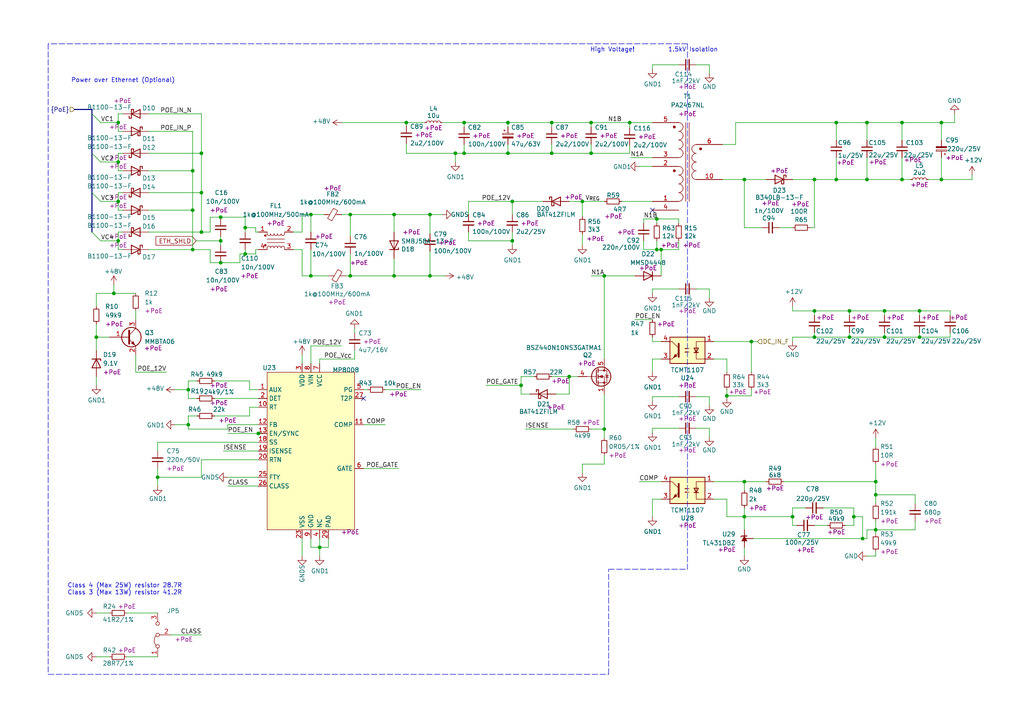
<source format=kicad_sch>
(kicad_sch (version 20230121) (generator eeschema)
  (paper "A4")
  (title_block (title "Power over Ethernet") (date "2022-11-06") (rev "1.3b") (company "Nabu Casa") (comment 1 "www.nabucasa.com") (comment 2 "Yellow"))
  (junction (at 124.714 80.01))
  (junction (at 90.17 80.01))
  (junction (at 117.856 35.56))
  (junction (at 215.9 149.86) (diameter 0.9144))
  (junction (at 254 143.51) (diameter 0.9144))
  (junction (at 215.9 52.07))
  (junction (at 64.008 69.85))
  (junction (at 101.6 62.23) (diameter 0.9144))
  (junction (at 256.54 97.79) (diameter 0.9144))
  (junction (at 134.62 44.45) (diameter 0.9144))
  (junction (at 101.6 80.01) (diameter 0.9144))
  (junction (at 147.32 35.56) (diameter 0.9144))
  (junction (at 242.57 52.07))
  (junction (at 124.714 62.23))
  (junction (at 190.5 63.5))
  (junction (at 160.02 44.45) (diameter 0.9144))
  (junction (at 242.57 35.56) (diameter 0.9144))
  (junction (at 34.29 69.85) (diameter 0.9144))
  (junction (at 182.626 35.56))
  (junction (at 246.38 97.79) (diameter 0.9144))
  (junction (at 236.22 52.07))
  (junction (at 175.26 80.01) (diameter 0.9144))
  (junction (at 191.77 72.39))
  (junction (at 45.72 138.43) (diameter 0.9144))
  (junction (at 250.19 156.21))
  (junction (at 34.29 58.42) (diameter 0.9144))
  (junction (at 134.62 35.56))
  (junction (at 168.91 58.42) (diameter 0.9144))
  (junction (at 175.26 124.46) (diameter 0.9144))
  (junction (at 165.1 109.22) (diameter 0.9144))
  (junction (at 55.88 60.96) (diameter 0.9144))
  (junction (at 34.29 35.56) (diameter 0.9144))
  (junction (at 58.42 55.88) (diameter 0.9144))
  (junction (at 58.42 67.31) (diameter 0.9144))
  (junction (at 55.88 49.53) (diameter 0.9144))
  (junction (at 210.82 114.808))
  (junction (at 148.59 58.42) (diameter 0.9144))
  (junction (at 246.38 90.17) (diameter 0.9144))
  (junction (at 273.05 52.07))
  (junction (at 54.61 123.19) (diameter 0.9144))
  (junction (at 58.42 44.45) (diameter 0.9144))
  (junction (at 171.45 44.45))
  (junction (at 171.45 35.56) (diameter 0.9144))
  (junction (at 114.3 62.23) (diameter 0.9144))
  (junction (at 64.008 76.2))
  (junction (at 190.5 72.39) (diameter 0.9144))
  (junction (at 266.7 97.79) (diameter 0.9144))
  (junction (at 215.9 139.7) (diameter 0.9144))
  (junction (at 261.62 52.07))
  (junction (at 114.3 80.01) (diameter 0.9144))
  (junction (at 54.61 113.03) (diameter 0.9144))
  (junction (at 160.02 35.56) (diameter 0.9144))
  (junction (at 254 139.7) (diameter 0.9144))
  (junction (at 148.59 69.85) (diameter 0.9144))
  (junction (at 256.54 90.17) (diameter 0.9144))
  (junction (at 55.88 72.39) (diameter 0.9144))
  (junction (at 64.008 62.992))
  (junction (at 254 153.67) (diameter 0.9144))
  (junction (at 132.08 44.45))
  (junction (at 90.17 62.23))
  (junction (at 71.12 73.66))
  (junction (at 236.22 97.79) (diameter 0.9144))
  (junction (at 147.32 44.45) (diameter 0.9144))
  (junction (at 229.87 149.86) (diameter 0.9144))
  (junction (at 251.46 35.56) (diameter 0.9144))
  (junction (at 33.02 85.09) (diameter 0.9144))
  (junction (at 273.05 35.56) (diameter 0.9144))
  (junction (at 92.71 158.75) (diameter 0.9144))
  (junction (at 34.29 46.99) (diameter 0.9144))
  (junction (at 236.22 90.17) (diameter 0.9144))
  (junction (at 27.94 97.79) (diameter 0.9144))
  (junction (at 151.13 111.76) (diameter 0.9144))
  (junction (at 71.12 66.04))
  (junction (at 251.46 52.07))
  (junction (at 266.7 90.17) (diameter 0.9144))
  (junction (at 261.62 35.56) (diameter 0.9144))
  (junction (at 74.93 125.73))
  (junction (at 217.932 99.06))
  (junction (at 247.65 149.86))
  (no_connect (at 189.23 60.96))
  (no_connect (at 105.41 115.57))
  (bus_entry (at 26.67 33.02) (size 2.54 2.54) (stroke (width 0.1524)))
  (bus_entry (at 26.67 67.31) (size 2.54 2.54) (stroke (width 0.1524)))
  (bus_entry (at 26.67 44.45) (size 2.54 2.54) (stroke (width 0.1524)))
  (bus_entry (at 26.67 55.88) (size 2.54 2.54) (stroke (width 0.1524)))
  (wire (pts (xy 246.38 90.17) (xy 246.38 91.44)))
  (wire (pts (xy 229.87 149.86) (xy 229.87 152.4)))
  (polyline (pts (xy 13.97 12.7) (xy 13.97 195.58)) (stroke (width 0) (type dash)))
  (wire (pts (xy 49.53 184.15) (xy 58.42 184.15)))
  (wire (pts (xy 132.08 44.45) (xy 132.08 46.99)))
  (wire (pts (xy 215.9 139.7) (xy 215.9 142.24)))
  (wire (pts (xy 217.932 113.03) (xy 217.932 114.808)))
  (wire (pts (xy 242.57 35.56) (xy 242.57 40.64)))
  (wire (pts (xy 74.168 73.66) (xy 71.12 73.66)))
  (wire (pts (xy 161.29 114.3) (xy 165.1 114.3)))
  (wire (pts (xy 186.69 72.39) (xy 190.5 72.39)))
  (wire (pts (xy 190.5 72.39) (xy 190.5 69.85)))
  (wire (pts (xy 74.168 67.31) (xy 74.168 66.04)))
  (wire (pts (xy 74.93 67.31) (xy 74.168 67.31)))
  (wire (pts (xy 60.96 62.992) (xy 60.96 67.31)))
  (wire (pts (xy 205.74 86.36) (xy 205.74 83.82)))
  (wire (pts (xy 205.74 115.062) (xy 201.93 115.062)))
  (wire (pts (xy 189.23 124.206) (xy 189.23 125.476)))
  (wire (pts (xy 196.85 124.206) (xy 189.23 124.206)))
  (wire (pts (xy 134.62 44.45) (xy 132.08 44.45)))
  (wire (pts (xy 242.57 52.07) (xy 251.46 52.07)))
  (wire (pts (xy 58.42 133.35) (xy 58.42 138.43)))
  (wire (pts (xy 58.42 138.43) (xy 45.72 138.43)))
  (wire (pts (xy 74.93 133.35) (xy 58.42 133.35)))
  (wire (pts (xy 182.626 44.45) (xy 182.626 42.164)))
  (wire (pts (xy 93.98 62.23) (xy 90.17 62.23)))
  (wire (pts (xy 196.85 63.5) (xy 196.85 64.77)))
  (wire (pts (xy 182.626 35.56) (xy 182.626 37.084)))
  (wire (pts (xy 87.63 102.87) (xy 87.63 105.41)))
  (wire (pts (xy 254 127) (xy 254 129.54)))
  (wire (pts (xy 43.18 67.31) (xy 58.42 67.31)))
  (bus (pts (xy 26.67 31.75) (xy 26.67 33.02)))
  (bus (pts (xy 26.67 33.02) (xy 26.67 44.45)))
  (bus (pts (xy 26.67 44.45) (xy 26.67 55.88)))
  (bus (pts (xy 26.67 55.88) (xy 26.67 67.31)))
  (wire (pts (xy 111.76 113.03) (xy 122.174 113.03)))
  (wire (pts (xy 151.13 114.3) (xy 151.13 111.76)))
  (wire (pts (xy 58.42 44.45) (xy 58.42 55.88)))
  (wire (pts (xy 92.71 158.75) (xy 92.71 161.29)))
  (wire (pts (xy 29.21 35.56) (xy 34.29 35.56)))
  (wire (pts (xy 72.39 113.03) (xy 72.39 110.49)))
  (wire (pts (xy 74.93 113.03) (xy 72.39 113.03)))
  (wire (pts (xy 124.714 62.23) (xy 128.27 62.23)))
  (wire (pts (xy 229.87 97.79) (xy 236.22 97.79)))
  (wire (pts (xy 132.08 44.45) (xy 117.856 44.45)))
  (wire (pts (xy 54.61 124.46) (xy 66.04 124.46)))
  (wire (pts (xy 54.61 115.57) (xy 57.15 115.57)))
  (wire (pts (xy 114.3 74.93) (xy 114.3 80.01)))
  (wire (pts (xy 148.59 58.42) (xy 157.48 58.42)))
  (wire (pts (xy 196.85 83.82) (xy 189.23 83.82)))
  (wire (pts (xy 58.42 55.88) (xy 58.42 67.31)))
  (wire (pts (xy 171.45 44.45) (xy 182.626 44.45)))
  (wire (pts (xy 256.54 96.52) (xy 256.54 97.79)))
  (wire (pts (xy 148.59 58.42) (xy 148.59 62.23)))
  (wire (pts (xy 189.23 83.82) (xy 189.23 85.09)))
  (wire (pts (xy 87.63 62.23) (xy 87.63 67.31)))
  (wire (pts (xy 90.17 100.33) (xy 99.06 100.33)))
  (wire (pts (xy 165.1 109.22) (xy 160.02 109.22)))
  (wire (pts (xy 135.89 58.42) (xy 135.89 62.23)))
  (wire (pts (xy 117.856 35.56) (xy 117.856 36.576)))
  (wire (pts (xy 95.25 80.01) (xy 90.17 80.01)))
  (wire (pts (xy 229.87 97.79) (xy 229.87 99.06)))
  (wire (pts (xy 152.4 124.46) (xy 166.37 124.46)))
  (wire (pts (xy 215.9 66.04) (xy 215.9 52.07)))
  (wire (pts (xy 266.7 96.52) (xy 266.7 97.79)))
  (wire (pts (xy 58.42 33.02) (xy 58.42 44.45)))
  (wire (pts (xy 190.5 63.5) (xy 196.85 63.5)))
  (wire (pts (xy 275.59 96.52) (xy 275.59 97.79)))
  (wire (pts (xy 254 160.02) (xy 254 161.29)))
  (wire (pts (xy 254 161.29) (xy 251.46 161.29)))
  (wire (pts (xy 236.22 90.17) (xy 246.38 90.17)))
  (wire (pts (xy 27.94 177.8) (xy 31.75 177.8)))
  (wire (pts (xy 215.9 149.86) (xy 229.87 149.86)))
  (wire (pts (xy 191.77 72.39) (xy 190.5 72.39)))
  (wire (pts (xy 191.77 80.01) (xy 191.77 72.39)))
  (wire (pts (xy 74.93 128.27) (xy 45.72 128.27)))
  (wire (pts (xy 45.72 128.27) (xy 45.72 130.81)))
  (wire (pts (xy 189.23 104.14) (xy 189.23 107.95)))
  (wire (pts (xy 205.74 18.796) (xy 201.93 18.796)))
  (wire (pts (xy 66.04 138.43) (xy 74.93 138.43)))
  (wire (pts (xy 71.12 73.66) (xy 71.12 72.39)))
  (wire (pts (xy 66.04 140.97) (xy 74.93 140.97)))
  (polyline (pts (xy 13.97 195.58) (xy 176.53 195.58)) (stroke (width 0) (type dash)))
  (wire (pts (xy 34.29 44.45) (xy 34.29 46.99)))
  (wire (pts (xy 245.11 152.4) (xy 247.65 152.4)))
  (wire (pts (xy 238.76 147.32) (xy 247.65 147.32)))
  (wire (pts (xy 247.65 149.86) (xy 247.65 147.32)))
  (wire (pts (xy 247.65 152.4) (xy 247.65 149.86)))
  (wire (pts (xy 168.91 58.42) (xy 175.26 58.42)))
  (wire (pts (xy 165.1 58.42) (xy 168.91 58.42)))
  (wire (pts (xy 236.22 90.17) (xy 236.22 91.44)))
  (wire (pts (xy 254 139.7) (xy 254 143.51)))
  (wire (pts (xy 254 134.62) (xy 254 139.7)))
  (wire (pts (xy 254 143.51) (xy 254 146.05)))
  (wire (pts (xy 191.77 104.14) (xy 189.23 104.14)))
  (wire (pts (xy 64.008 68.58) (xy 64.008 69.85)))
  (wire (pts (xy 101.6 62.23) (xy 101.6 68.58)))
  (wire (pts (xy 124.714 62.23) (xy 124.714 67.818)))
  (wire (pts (xy 276.86 35.56) (xy 276.86 33.02)))
  (wire (pts (xy 215.9 158.75) (xy 215.9 161.29)))
  (wire (pts (xy 87.63 62.23) (xy 90.17 62.23)))
  (wire (pts (xy 261.62 45.72) (xy 261.62 52.07)))
  (wire (pts (xy 210.82 113.03) (xy 210.82 114.808)))
  (wire (pts (xy 72.39 120.65) (xy 72.39 118.11)))
  (wire (pts (xy 62.23 120.65) (xy 72.39 120.65)))
  (wire (pts (xy 269.24 52.07) (xy 273.05 52.07)))
  (wire (pts (xy 205.74 21.336) (xy 205.74 18.796)))
  (wire (pts (xy 246.38 90.17) (xy 256.54 90.17)))
  (wire (pts (xy 227.33 139.7) (xy 254 139.7)))
  (wire (pts (xy 114.3 62.23) (xy 124.714 62.23)))
  (wire (pts (xy 55.88 72.39) (xy 60.96 72.39)))
  (wire (pts (xy 50.8 123.19) (xy 54.61 123.19)))
  (wire (pts (xy 185.42 48.26) (xy 189.23 48.26)))
  (wire (pts (xy 266.7 97.79) (xy 275.59 97.79)))
  (wire (pts (xy 56.896 69.85) (xy 64.008 69.85)))
  (polyline (pts (xy 176.53 195.58) (xy 176.53 165.1)) (stroke (width 0) (type dash)))
  (wire (pts (xy 254 153.67) (xy 254 154.94)))
  (wire (pts (xy 254 151.13) (xy 254 153.67)))
  (wire (pts (xy 210.82 114.808) (xy 210.82 115.57)))
  (wire (pts (xy 151.13 111.76) (xy 151.13 109.22)))
  (wire (pts (xy 55.88 60.96) (xy 55.88 72.39)))
  (wire (pts (xy 34.29 60.96) (xy 34.29 58.42)))
  (wire (pts (xy 217.932 99.06) (xy 219.71 99.06)))
  (wire (pts (xy 90.17 72.39) (xy 90.17 80.01)))
  (wire (pts (xy 236.22 52.07) (xy 242.57 52.07)))
  (wire (pts (xy 35.56 38.1) (xy 34.29 38.1)))
  (wire (pts (xy 205.74 124.206) (xy 201.93 124.206)))
  (wire (pts (xy 205.74 126.746) (xy 205.74 124.206)))
  (wire (pts (xy 36.83 190.5) (xy 45.72 190.5)))
  (wire (pts (xy 43.18 49.53) (xy 55.88 49.53)))
  (wire (pts (xy 134.62 41.91) (xy 134.62 44.45)))
  (wire (pts (xy 99.06 35.56) (xy 117.856 35.56)))
  (wire (pts (xy 251.46 52.07) (xy 261.62 52.07)))
  (wire (pts (xy 60.96 62.992) (xy 64.008 62.992)))
  (wire (pts (xy 151.13 109.22) (xy 154.94 109.22)))
  (wire (pts (xy 95.25 158.75) (xy 92.71 158.75)))
  (wire (pts (xy 95.25 156.21) (xy 95.25 158.75)))
  (wire (pts (xy 189.23 144.78) (xy 189.23 149.86)))
  (wire (pts (xy 191.77 144.78) (xy 189.23 144.78)))
  (wire (pts (xy 242.57 35.56) (xy 251.46 35.56)))
  (wire (pts (xy 251.46 35.56) (xy 261.62 35.56)))
  (wire (pts (xy 261.62 35.56) (xy 273.05 35.56)))
  (wire (pts (xy 55.88 49.53) (xy 55.88 60.96)))
  (wire (pts (xy 175.26 132.08) (xy 175.26 134.62)))
  (wire (pts (xy 64.008 62.992) (xy 64.008 63.5)))
  (wire (pts (xy 128.27 35.56) (xy 134.62 35.56)))
  (wire (pts (xy 39.37 102.87) (xy 39.37 107.95)))
  (wire (pts (xy 275.59 90.17) (xy 275.59 91.44)))
  (wire (pts (xy 134.62 35.56) (xy 147.32 35.56)))
  (wire (pts (xy 34.29 72.39) (xy 34.29 69.85)))
  (wire (pts (xy 207.01 99.06) (xy 217.932 99.06)))
  (wire (pts (xy 29.21 69.85) (xy 34.29 69.85)))
  (wire (pts (xy 153.67 114.3) (xy 151.13 114.3)))
  (wire (pts (xy 33.02 82.55) (xy 33.02 85.09)))
  (wire (pts (xy 27.94 97.79) (xy 27.94 101.6)))
  (wire (pts (xy 31.75 97.79) (xy 27.94 97.79)))
  (wire (pts (xy 134.62 35.56) (xy 134.62 36.83)))
  (wire (pts (xy 34.29 67.31) (xy 34.29 69.85)))
  (wire (pts (xy 147.32 35.56) (xy 147.32 36.83)))
  (wire (pts (xy 196.85 18.796) (xy 189.23 18.796)))
  (wire (pts (xy 182.88 45.72) (xy 189.23 45.72)))
  (wire (pts (xy 209.55 41.91) (xy 213.36 41.91)))
  (wire (pts (xy 213.36 41.91) (xy 213.36 35.56)))
  (wire (pts (xy 196.85 69.85) (xy 196.85 72.39)))
  (wire (pts (xy 182.626 35.56) (xy 189.23 35.56)))
  (wire (pts (xy 43.18 55.88) (xy 58.42 55.88)))
  (polyline (pts (xy 199.39 12.7) (xy 199.39 165.1)) (stroke (width 0) (type dash)))
  (wire (pts (xy 36.83 177.8) (xy 45.72 177.8)))
  (wire (pts (xy 250.19 156.21) (xy 251.46 156.21)))
  (wire (pts (xy 218.44 156.21) (xy 250.19 156.21)))
  (wire (pts (xy 160.02 41.91) (xy 160.02 44.45)))
  (wire (pts (xy 229.87 90.17) (xy 229.87 88.9)))
  (wire (pts (xy 101.6 62.23) (xy 114.3 62.23)))
  (wire (pts (xy 58.42 67.31) (xy 60.96 67.31)))
  (polyline (pts (xy 176.53 165.1) (xy 199.39 165.1)) (stroke (width 0) (type dash)))
  (wire (pts (xy 90.17 105.41) (xy 90.17 100.33)))
  (wire (pts (xy 29.21 46.99) (xy 34.29 46.99)))
  (wire (pts (xy 148.59 67.31) (xy 148.59 69.85)))
  (wire (pts (xy 175.26 114.3) (xy 175.26 124.46)))
  (wire (pts (xy 69.596 76.2) (xy 69.596 73.66)))
  (wire (pts (xy 62.23 110.49) (xy 72.39 110.49)))
  (wire (pts (xy 72.39 118.11) (xy 74.93 118.11)))
  (wire (pts (xy 105.41 123.19) (xy 111.76 123.19)))
  (polyline (pts (xy 199.39 12.7) (xy 13.97 12.7)) (stroke (width 0) (type dash)))
  (wire (pts (xy 215.9 149.86) (xy 215.9 153.67)))
  (wire (pts (xy 226.06 66.04) (xy 229.87 66.04)))
  (wire (pts (xy 186.69 69.85) (xy 186.69 72.39)))
  (wire (pts (xy 35.56 55.88) (xy 34.29 55.88)))
  (wire (pts (xy 265.43 153.67) (xy 265.43 151.13)))
  (wire (pts (xy 250.19 149.86) (xy 250.19 156.21)))
  (wire (pts (xy 247.65 149.86) (xy 250.19 149.86)))
  (wire (pts (xy 43.18 33.02) (xy 58.42 33.02)))
  (wire (pts (xy 35.56 33.02) (xy 34.29 33.02)))
  (wire (pts (xy 165.1 114.3) (xy 165.1 109.22)))
  (wire (pts (xy 229.87 52.07) (xy 236.22 52.07)))
  (wire (pts (xy 140.97 111.76) (xy 151.13 111.76)))
  (wire (pts (xy 34.29 49.53) (xy 34.29 46.99)))
  (wire (pts (xy 171.45 35.56) (xy 171.45 36.83)))
  (wire (pts (xy 62.23 115.57) (xy 74.93 115.57)))
  (wire (pts (xy 266.7 90.17) (xy 275.59 90.17)))
  (wire (pts (xy 207.01 104.14) (xy 210.82 104.14)))
  (wire (pts (xy 168.91 134.62) (xy 168.91 137.16)))
  (wire (pts (xy 43.18 44.45) (xy 58.42 44.45)))
  (wire (pts (xy 102.87 104.14) (xy 102.87 101.6)))
  (wire (pts (xy 215.9 147.32) (xy 215.9 149.86)))
  (wire (pts (xy 87.63 80.01) (xy 90.17 80.01)))
  (wire (pts (xy 217.932 114.808) (xy 210.82 114.808)))
  (wire (pts (xy 87.63 156.21) (xy 87.63 161.29)))
  (wire (pts (xy 236.22 96.52) (xy 236.22 97.79)))
  (wire (pts (xy 27.94 109.22) (xy 27.94 111.76)))
  (wire (pts (xy 34.29 55.88) (xy 34.29 58.42)))
  (wire (pts (xy 147.32 35.56) (xy 160.02 35.56)))
  (wire (pts (xy 35.56 49.53) (xy 34.29 49.53)))
  (wire (pts (xy 54.61 120.65) (xy 54.61 123.19)))
  (wire (pts (xy 57.15 120.65) (xy 54.61 120.65)))
  (wire (pts (xy 54.61 123.19) (xy 54.61 124.46)))
  (wire (pts (xy 236.22 66.04) (xy 236.22 52.07)))
  (wire (pts (xy 205.74 117.602) (xy 205.74 115.062)))
  (wire (pts (xy 265.43 143.51) (xy 265.43 146.05)))
  (wire (pts (xy 254 143.51) (xy 265.43 143.51)))
  (wire (pts (xy 124.714 72.898) (xy 124.714 80.01)))
  (wire (pts (xy 220.98 66.04) (xy 215.9 66.04)))
  (wire (pts (xy 85.09 67.31) (xy 87.63 67.31)))
  (wire (pts (xy 196.85 115.062) (xy 189.23 115.062)))
  (wire (pts (xy 171.45 35.56) (xy 182.626 35.56)))
  (wire (pts (xy 43.18 72.39) (xy 55.88 72.39)))
  (wire (pts (xy 87.63 72.39) (xy 87.63 80.01)))
  (wire (pts (xy 135.89 67.31) (xy 135.89 69.85)))
  (wire (pts (xy 134.62 44.45) (xy 147.32 44.45)))
  (wire (pts (xy 39.37 90.17) (xy 39.37 92.71)))
  (wire (pts (xy 105.41 135.89) (xy 115.57 135.89)))
  (wire (pts (xy 124.714 80.01) (xy 129.032 80.01)))
  (wire (pts (xy 101.6 73.66) (xy 101.6 80.01)))
  (wire (pts (xy 74.168 66.04) (xy 71.12 66.04)))
  (wire (pts (xy 101.6 80.01) (xy 114.3 80.01)))
  (wire (pts (xy 114.3 80.01) (xy 124.714 80.01)))
  (wire (pts (xy 100.33 80.01) (xy 101.6 80.01)))
  (wire (pts (xy 205.74 83.82) (xy 201.93 83.82)))
  (wire (pts (xy 66.04 123.19) (xy 74.93 123.19)))
  (wire (pts (xy 66.04 124.46) (xy 66.04 123.19)))
  (wire (pts (xy 71.12 66.04) (xy 71.12 67.31)))
  (wire (pts (xy 29.21 58.42) (xy 34.29 58.42)))
  (wire (pts (xy 207.01 139.7) (xy 215.9 139.7)))
  (wire (pts (xy 215.9 139.7) (xy 222.25 139.7)))
  (wire (pts (xy 168.91 134.62) (xy 175.26 134.62)))
  (wire (pts (xy 43.18 60.96) (xy 55.88 60.96)))
  (wire (pts (xy 117.856 41.656) (xy 117.856 44.45)))
  (wire (pts (xy 34.29 33.02) (xy 34.29 35.56)))
  (wire (pts (xy 251.46 45.72) (xy 251.46 52.07)))
  (wire (pts (xy 168.91 58.42) (xy 168.91 62.865)))
  (wire (pts (xy 175.26 80.01) (xy 175.26 104.14)))
  (wire (pts (xy 35.56 72.39) (xy 34.29 72.39)))
  (wire (pts (xy 273.05 52.07) (xy 281.94 52.07)))
  (wire (pts (xy 273.05 45.72) (xy 273.05 52.07)))
  (wire (pts (xy 60.96 72.39) (xy 60.96 76.2)))
  (wire (pts (xy 74.168 73.66) (xy 74.168 72.39)))
  (wire (pts (xy 74.168 72.39) (xy 74.93 72.39)))
  (wire (pts (xy 54.61 110.49) (xy 57.15 110.49)))
  (wire (pts (xy 76.2 125.73) (xy 74.93 125.73)))
  (wire (pts (xy 45.72 135.89) (xy 45.72 138.43)))
  (wire (pts (xy 234.95 66.04) (xy 236.22 66.04)))
  (wire (pts (xy 189.23 115.062) (xy 189.23 116.332)))
  (wire (pts (xy 210.82 144.78) (xy 210.82 149.86)))
  (wire (pts (xy 210.82 149.86) (xy 215.9 149.86)))
  (wire (pts (xy 207.01 144.78) (xy 210.82 144.78)))
  (wire (pts (xy 27.94 85.09) (xy 27.94 88.9)))
  (wire (pts (xy 33.02 85.09) (xy 27.94 85.09)))
  (wire (pts (xy 39.37 85.09) (xy 33.02 85.09)))
  (wire (pts (xy 256.54 90.17) (xy 266.7 90.17)))
  (wire (pts (xy 117.856 35.56) (xy 123.19 35.56)))
  (wire (pts (xy 246.38 97.79) (xy 256.54 97.79)))
  (wire (pts (xy 185.42 139.7) (xy 191.77 139.7)))
  (wire (pts (xy 160.02 35.56) (xy 160.02 36.83)))
  (wire (pts (xy 213.36 35.56) (xy 242.57 35.56)))
  (wire (pts (xy 64.008 76.2) (xy 69.596 76.2)))
  (wire (pts (xy 175.26 124.46) (xy 175.26 127)))
  (wire (pts (xy 160.02 35.56) (xy 171.45 35.56)))
  (wire (pts (xy 160.02 44.45) (xy 171.45 44.45)))
  (wire (pts (xy 251.46 153.67) (xy 251.46 156.21)))
  (wire (pts (xy 254 153.67) (xy 251.46 153.67)))
  (wire (pts (xy 189.23 99.06) (xy 191.77 99.06)))
  (wire (pts (xy 189.23 97.79) (xy 189.23 99.06)))
  (wire (pts (xy 27.94 93.98) (xy 27.94 97.79)))
  (wire (pts (xy 281.94 52.07) (xy 281.94 50.8)))
  (wire (pts (xy 256.54 90.17) (xy 256.54 91.44)))
  (wire (pts (xy 273.05 35.56) (xy 273.05 40.64)))
  (wire (pts (xy 71.12 62.992) (xy 71.12 66.04)))
  (wire (pts (xy 229.87 152.4) (xy 231.14 152.4)))
  (wire (pts (xy 242.57 45.72) (xy 242.57 52.07)))
  (wire (pts (xy 246.38 96.52) (xy 246.38 97.79)))
  (wire (pts (xy 147.32 41.91) (xy 147.32 44.45)))
  (wire (pts (xy 229.87 147.32) (xy 229.87 149.86)))
  (wire (pts (xy 233.68 147.32) (xy 229.87 147.32)))
  (wire (pts (xy 34.29 38.1) (xy 34.29 35.56)))
  (wire (pts (xy 171.45 80.01) (xy 175.26 80.01)))
  (wire (pts (xy 175.26 80.01) (xy 184.15 80.01)))
  (wire (pts (xy 35.56 67.31) (xy 34.29 67.31)))
  (wire (pts (xy 236.22 97.79) (xy 246.38 97.79)))
  (wire (pts (xy 114.3 67.31) (xy 114.3 62.23)))
  (wire (pts (xy 135.89 58.42) (xy 148.59 58.42)))
  (wire (pts (xy 254 153.67) (xy 265.43 153.67)))
  (wire (pts (xy 90.17 156.21) (xy 90.17 158.75)))
  (wire (pts (xy 90.17 158.75) (xy 92.71 158.75)))
  (wire (pts (xy 92.71 158.75) (xy 92.71 156.21)))
  (wire (pts (xy 60.96 76.2) (xy 64.008 76.2)))
  (wire (pts (xy 236.22 152.4) (xy 240.03 152.4)))
  (wire (pts (xy 168.91 71.12) (xy 168.91 67.945)))
  (wire (pts (xy 171.45 41.91) (xy 171.45 44.45)))
  (wire (pts (xy 50.8 113.03) (xy 54.61 113.03)))
  (wire (pts (xy 64.008 69.85) (xy 64.008 71.12)))
  (wire (pts (xy 229.87 90.17) (xy 236.22 90.17)))
  (wire (pts (xy 55.88 38.1) (xy 55.88 49.53)))
  (wire (pts (xy 184.15 92.71) (xy 189.23 92.71)))
  (wire (pts (xy 217.932 99.06) (xy 217.932 107.95)))
  (bus (pts (xy 21.59 31.75) (xy 26.67 31.75)))
  (wire (pts (xy 210.82 104.14) (xy 210.82 107.95)))
  (wire (pts (xy 209.55 52.07) (xy 215.9 52.07)))
  (wire (pts (xy 135.89 69.85) (xy 148.59 69.85)))
  (wire (pts (xy 35.56 44.45) (xy 34.29 44.45)))
  (wire (pts (xy 266.7 90.17) (xy 266.7 91.44)))
  (wire (pts (xy 189.23 18.796) (xy 189.23 20.066)))
  (wire (pts (xy 39.37 107.95) (xy 48.26 107.95)))
  (wire (pts (xy 273.05 35.56) (xy 276.86 35.56)))
  (wire (pts (xy 92.71 104.14) (xy 102.87 104.14)))
  (wire (pts (xy 92.71 105.41) (xy 92.71 104.14)))
  (wire (pts (xy 99.06 62.23) (xy 101.6 62.23)))
  (wire (pts (xy 171.45 124.46) (xy 175.26 124.46)))
  (wire (pts (xy 54.61 113.03) (xy 54.61 115.57)))
  (wire (pts (xy 54.61 110.49) (xy 54.61 113.03)))
  (wire (pts (xy 256.54 97.79) (xy 266.7 97.79)))
  (wire (pts (xy 90.17 62.23) (xy 90.17 67.31)))
  (wire (pts (xy 35.56 60.96) (xy 34.29 60.96)))
  (wire (pts (xy 165.1 109.22) (xy 167.64 109.22)))
  (wire (pts (xy 148.59 69.85) (xy 148.59 71.12)))
  (wire (pts (xy 64.008 62.992) (xy 71.12 62.992)))
  (wire (pts (xy 251.46 35.56) (xy 251.46 40.64)))
  (wire (pts (xy 261.62 35.56) (xy 261.62 40.64)))
  (wire (pts (xy 196.85 72.39) (xy 191.77 72.39)))
  (wire (pts (xy 147.32 44.45) (xy 160.02 44.45)))
  (wire (pts (xy 69.596 73.66) (xy 71.12 73.66)))
  (wire (pts (xy 45.72 140.97) (xy 45.72 138.43)))
  (wire (pts (xy 261.62 52.07) (xy 264.16 52.07)))
  (wire (pts (xy 85.09 72.39) (xy 87.63 72.39)))
  (wire (pts (xy 215.9 52.07) (xy 222.25 52.07)))
  (wire (pts (xy 64.77 130.81) (xy 74.93 130.81)))
  (wire (pts (xy 66.04 125.73) (xy 74.93 125.73)))
  (wire (pts (xy 27.94 190.5) (xy 31.75 190.5)))
  (wire (pts (xy 43.18 38.1) (xy 55.88 38.1)))
  (wire (pts (xy 190.5 63.5) (xy 186.69 63.5)))
  (wire (pts (xy 190.5 64.77) (xy 190.5 63.5)))
  (wire (pts (xy 186.69 63.5) (xy 186.69 64.77)))
  (wire (pts (xy 102.87 95.25) (xy 102.87 96.52)))
  (wire (pts (xy 105.41 113.03) (xy 106.68 113.03)))
  (wire (pts (xy 180.34 58.42) (xy 189.23 58.42)))
  (text "Class 4 (Max 25W) resistor 28.7R\nClass 3 (Max 13W) resistor 41.2R" (at 19.558 172.72 0) (effects (font (size 1.27 1.27)) (justify left bottom)))
  (text "Power over Ethernet (Optional)" (at 50.8 24.13 0) (effects (font (size 1.27 1.27)) (justify right bottom)))
  (text "High Voltage!" (at 184.15 15.24 0) (effects (font (size 1.27 1.27)) (justify right bottom)))
  (text "1.5kV Isolation" (at 208.28 15.24 0) (effects (font (size 1.27 1.27)) (justify right bottom)))
  (label "POE_IN_P" (at 46.482 38.1 0))
  (label "VC2" (at 33.02 46.99 180))
  (label "VC1" (at 33.02 35.56 180))
  (label "CLASS" (at 66.04 140.97 0))
  (label "POE_12V" (at 99.06 100.33 180))
  (label "POE_GATE" (at 115.57 135.89 180))
  (label "POE_EN" (at 66.04 125.73 0))
  (label "POE_EN" (at 184.15 92.71 0))
  (label "CLASS" (at 58.42 184.15 180))
  (label "N1B" (at 186.69 63.5 0))
  (label "COMP" (at 185.42 139.7 0))
  (label "COMP" (at 111.76 123.19 180))
  (label "POE_EN" (at 122.174 113.03 180))
  (label "V_{REG}" (at 173.99 58.42 180))
  (label "POE_12V" (at 48.26 107.95 180))
  (label "VC3" (at 33.02 58.42 180))
  (label "N1B" (at 180.34 35.56 180))
  (label "POE_IN_N" (at 46.482 33.02 0))
  (label "POE_12V" (at 139.7 58.42 0))
  (label "N1A" (at 171.45 80.01 0))
  (label "ISENSE" (at 152.4 124.46 0))
  (label "POE_V_{CC}" (at 93.98 104.14 0))
  (label "POE_GATE" (at 140.97 111.76 0))
  (label "ISENSE" (at 64.77 130.81 0))
  (label "N1A" (at 182.88 45.72 0))
  (label "VC4" (at 33.02 69.85 180))
  (global_label "ETH_SHLD" (shape input) (at 56.896 69.85 180) (property "Intersheetrefs" "${INTERSHEET_REFS}" (effects hide)))
  (hierarchical_label "{PoE}" (shape input) (at 21.59 31.75 180))
  (hierarchical_label "DC_IN_F" (shape input) (at 219.71 99.06 0))
  (symbol (lib_id "Device:D_Schottky") (at 39.37 67.31 0) (mirror x) (unit 1)
    (property "Reference" "D16" (at 43.18 65.6398 0))
    (property "Value" "B1100-13-F" (at 31.75 65.398 0))
    (property "Footprint" "Diode_SMD:D_SMA" (effects hide))
    (property "Config" "+PoE" (at 34.29 68.58 0))
    (property "Manufacturer" "Diodes Incorporated" (effects hide))
    (property "PartNumber" "B1100-13-F" (effects hide))
  )
  (symbol (lib_id "Device:C_Small") (at 199.39 115.062 90) (unit 1)
    (property "Reference" "C90" (at 200.7806 117.8178 90) (effects (justify left)))
    (property "Value" "1nF/2kV" (at 203.079 119.723 90) (effects (justify left)))
    (property "Footprint" "Capacitor_SMD:C_1812_4532Metric" (effects hide))
    (property "Config" "+PoE" (at 199.39 121.412 90))
  )
  (symbol (lib_id "power:GND1") (at 27.94 111.76 0) (unit 1)
    (property "Reference" "#PWR062" (effects hide))
    (property "Value" "GND1" (at 28.0543 116.0844 0))
  )
  (symbol (lib_id "power:GNDS") (at 87.63 161.29 0) (unit 1)
    (property "Reference" "#PWR070" (effects hide))
    (property "Value" "GNDS" (at 87.63 166.37 90))
  )
  (symbol (lib_id "power:GND") (at 210.82 115.57 0) (unit 1)
    (property "Reference" "#PWR0183" (effects hide))
    (property "Value" "GND" (at 212.8393 119.3801 0) (effects (justify right)))
  )
  (symbol (lib_id "Device:R_Small") (at 232.41 66.04 90) (mirror x) (unit 1)
    (property "Reference" "R65" (at 234.3086 63.7287 90) (effects (justify left)))
    (property "Value" "100R" (at 234.321 61.316 90) (effects (justify left)))
    (property "Footprint" "Resistor_SMD:R_0805_2012Metric" (effects hide))
    (property "Config" "+PoE" (at 232.156 59.182 90))
  )
  (symbol (lib_id "Yellow:Filter_EMI_LL_1243") (at 80.01 69.85 0) (unit 1)
    (property "Reference" "FL1" (at 80.01 59.69 0))
    (property "Value" "1k@100MHz/500mA" (at 80.01 62.23 0))
    (property "Footprint" "Yellow:L_CommonModeChoke_Murata_DLW5B" (effects hide))
    (property "Datasheet" "https://www.murata.com/en-global/api/pdfdownloadapi?cate=cgsubChipCommoModeChokeCoil&partno=DLW5BTM102SQ2%23" (effects hide))
    (property "Manufacturer" "Murata Electronics" (effects hide))
    (property "PartNumber" "DLW5BTM102SQ2" (effects hide))
    (property "Config" "+PoE" (at 80.01 64.77 0))
  )
  (symbol (lib_id "power:GND1") (at 189.23 125.476 0) (unit 1)
    (property "Reference" "#PWR0179" (effects hide))
    (property "Value" "GND1" (at 189.3443 129.8004 0))
  )
  (symbol (lib_id "Device:R_Small") (at 59.69 110.49 90) (unit 1)
    (property "Reference" "R45" (at 57.15 108.585 90))
    (property "Value" "49k9" (at 62.23 108.585 90))
    (property "Footprint" "Resistor_SMD:R_0402_1005Metric" (effects hide))
    (property "Config" "+PoE" (at 63.5 111.76 90))
  )
  (symbol (lib_id "Device:C_Small") (at 275.59 93.98 0) (unit 1)
    (property "Reference" "C106" (at 276.0092 96.0056 0) (effects (justify left)))
    (property "Value" "22u/25V" (at 276.009 98.939 0) (effects (justify left)))
    (property "Footprint" "Capacitor_SMD:C_0805_2012Metric" (effects hide))
    (property "Config" "+PoE" (at 278.13 92.075 0))
  )
  (symbol (lib_id "power:GND") (at 251.46 161.29 270) (unit 1)
    (property "Reference" "#PWR0159" (effects hide))
    (property "Value" "GND" (at 248.92 161.29 90) (effects (justify right)))
  )
  (symbol (lib_id "Device:D_Zener") (at 114.3 71.12 270) (mirror x) (unit 1)
    (property "Reference" "D18" (at 116.3321 72.2694 90) (effects (justify left)))
    (property "Value" "SMBJ58A-13-F" (at 116.332 69.971 90) (effects (justify left)))
    (property "Footprint" "Diode_SMD:D_SMB" (effects hide))
    (property "Datasheet" "https://www.diodes.com/assets/Datasheets/ds19002.pdf" (effects hide))
    (property "Config" "+PoE" (at 119.38 67.31 90))
    (property "Manufacturer" "Diodes Incorporated" (effects hide))
    (property "PartNumber" "SMBJ58A-13-F" (effects hide))
  )
  (symbol (lib_id "Device:R_Small") (at 242.57 152.4 270) (unit 1)
    (property "Reference" "R50" (at 242.57 148.59 90))
    (property "Value" "49k9" (at 242.57 150.495 90))
    (property "Footprint" "Resistor_SMD:R_0402_1005Metric" (effects hide))
    (property "Config" "+PoE" (at 242.57 154.305 90))
  )
  (symbol (lib_id "Device:C_Small") (at 160.02 39.37 0) (unit 1)
    (property "Reference" "C87" (at 161.0742 36.9506 0) (effects (justify left)))
    (property "Value" "2u2/100V" (at 161.074 41.789 0) (effects (justify left)))
    (property "Footprint" "Capacitor_SMD:C_1206_3216Metric" (effects hide))
    (property "Config" "+PoE" (at 165.1 39.37 0))
  )
  (symbol (lib_id "Device:R_Small") (at 175.26 129.54 0) (unit 1)
    (property "Reference" "R60" (at 176.53 126.9999 0) (effects (justify left)))
    (property "Value" "0R05/1%" (at 176.53 129.5399 0) (effects (justify left)))
    (property "Footprint" "Resistor_SMD:R_1206_3216Metric" (effects hide))
    (property "Config" "+PoE" (at 176.53 132.0799 0) (effects (justify left)))
    (property "Characteristics" "0.1 Watt" (effects hide))
  )
  (symbol (lib_id "Device:R_Small") (at 109.22 113.03 90) (unit 1)
    (property "Reference" "R43" (at 107.95 111.125 90) (effects (justify left)))
    (property "Value" "10k" (at 114.935 111.125 90) (effects (justify left)))
    (property "Footprint" "Resistor_SMD:R_0402_1005Metric" (effects hide))
    (property "Config" "+PoE" (at 115.57 114.3 90))
  )
  (symbol (lib_id "Device:C_Small") (at 199.39 18.796 90) (unit 1)
    (property "Reference" "C114" (at 200.7806 21.5518 90) (effects (justify left)))
    (property "Value" "1nF/2kV" (at 203.079 23.457 90) (effects (justify left)))
    (property "Footprint" "Capacitor_SMD:C_1812_4532Metric" (effects hide))
    (property "Config" "+PoE" (at 199.39 25.146 90))
  )
  (symbol (lib_id "Device:C_Small") (at 242.57 43.18 0) (unit 1)
    (property "Reference" "C96" (at 242.9892 41.3956 0) (effects (justify left)))
    (property "Value" "1u/25V" (at 242.989 45.091 0) (effects (justify left)))
    (property "Footprint" "Capacitor_SMD:C_0402_1005Metric" (effects hide))
    (property "Config" "+PoE" (at 245.237 47.117 0))
  )
  (symbol (lib_id "Device:R_Small") (at 254 157.48 180) (unit 1)
    (property "Reference" "R53" (at 255.27 154.9399 0) (effects (justify right)))
    (property "Value" "49k9" (at 255.27 157.4799 0) (effects (justify right)))
    (property "Footprint" "Resistor_SMD:R_0402_1005Metric" (effects hide))
    (property "Config" "+PoE" (at 255.27 160.0199 0) (effects (justify right)))
  )
  (symbol (lib_id "power:GND1") (at 168.91 71.12 0) (unit 1)
    (property "Reference" "#PWR0177" (effects hide))
    (property "Value" "GND1" (at 169.0243 75.4444 0))
  )
  (symbol (lib_id "Device:C_Small") (at 45.72 133.35 180) (unit 1)
    (property "Reference" "C75" (at 48.26 130.8099 0) (effects (justify right)))
    (property "Value" "220n/50V" (at 48.26 133.3499 0) (effects (justify right)))
    (property "Footprint" "Capacitor_SMD:C_0805_2012Metric" (effects hide))
    (property "Config" "+PoE" (at 48.26 135.8899 0) (effects (justify right)))
  )
  (symbol (lib_id "power:GND1") (at 92.71 161.29 0) (unit 1)
    (property "Reference" "#PWR0166" (effects hide))
    (property "Value" "GND1" (at 92.8243 165.6144 0))
  )
  (symbol (lib_id "Device:C_Small") (at 236.22 93.98 0) (unit 1)
    (property "Reference" "C102" (at 236.6392 96.0056 0) (effects (justify left)))
    (property "Value" "22u/25V" (at 236.639 98.939 0) (effects (justify left)))
    (property "Footprint" "Capacitor_SMD:C_0805_2012Metric" (effects hide))
    (property "Config" "+PoE" (at 239.395 92.075 0))
  )
  (symbol (lib_id "power:GND1") (at 189.23 85.09 0) (unit 1)
    (property "Reference" "#PWR0220" (effects hide))
    (property "Value" "GND1" (at 189.3443 89.4144 0))
  )
  (symbol (lib_id "power:GND1") (at 132.08 46.99 0) (unit 1)
    (property "Reference" "#PWR0173" (effects hide))
    (property "Value" "GND1" (at 132.1943 51.3144 0))
  )
  (symbol (lib_id "Device:R_Small") (at 190.5 67.31 0) (unit 1)
    (property "Reference" "R63" (at 191.9987 66.1606 0) (effects (justify left)))
    (property "Value" "12k" (at 191.999 68.459 0) (effects (justify left)))
    (property "Footprint" "Resistor_SMD:R_1206_3216Metric" (effects hide))
    (property "Config" "+PoE" (at 194.31 71.12 0))
  )
  (symbol (lib_id "Device:C_Small") (at 266.7 93.98 0) (unit 1)
    (property "Reference" "C104" (at 267.1192 96.0056 0) (effects (justify left)))
    (property "Value" "22u/25V" (at 267.119 98.939 0) (effects (justify left)))
    (property "Footprint" "Capacitor_SMD:C_0805_2012Metric" (effects hide))
    (property "Config" "+PoE" (at 269.875 92.075 0))
  )
  (symbol (lib_id "power:+48V") (at 129.032 80.01 270) (unit 1)
    (property "Reference" "#PWR0165" (effects hide))
    (property "Value" "+48V" (at 132.2071 80.3783 90) (effects (justify left)))
  )
  (symbol (lib_id "Device:D_Schottky") (at 39.37 38.1 0) (mirror y) (unit 1)
    (property "Reference" "D11" (at 43.18 40.2398 0))
    (property "Value" "B1100-13-F" (at 31.75 39.998 0))
    (property "Footprint" "Diode_SMD:D_SMA" (effects hide))
    (property "Config" "+PoE" (at 34.29 36.83 0))
    (property "Manufacturer" "Diodes Incorporated" (effects hide))
    (property "PartNumber" "B1100-13-F" (effects hide))
  )
  (symbol (lib_id "power:GND1") (at 189.23 107.95 0) (unit 1)
    (property "Reference" "#PWR027" (effects hide))
    (property "Value" "GND1" (at 189.3443 112.2744 0))
  )
  (symbol (lib_id "Device:R_Small") (at 157.48 109.22 90) (unit 1)
    (property "Reference" "R57" (at 153.67 107.95 90))
    (property "Value" "22R" (at 161.29 107.95 90))
    (property "Footprint" "Resistor_SMD:R_0805_2012Metric" (effects hide))
    (property "Config" "+PoE" (at 162.56 110.49 90))
  )
  (symbol (lib_id "Device:L_Small") (at 125.73 35.56 90) (unit 1)
    (property "Reference" "L4" (at 125.73 31.496 90))
    (property "Value" "10u" (at 125.73 33.528 90))
    (property "Footprint" "Inductor_SMD:L_Taiyo-Yuden_NR-50xx" (effects hide))
    (property "Manufacturer" "Taiyo Yuden" (effects hide))
    (property "PartNumber" "NRS5040T100MMGJV" (effects hide))
    (property "Config" "+PoE" (at 125.73 37.084 90))
  )
  (symbol (lib_id "power:+48V") (at 99.06 35.56 90) (unit 1)
    (property "Reference" "#PWR0169" (effects hide))
    (property "Value" "+48V" (at 95.8849 35.1917 90) (effects (justify left)))
  )
  (symbol (lib_id "Device:C_Small") (at 265.43 148.59 180) (unit 1)
    (property "Reference" "C80" (at 267.97 146.0499 0) (effects (justify right)))
    (property "Value" "680p" (at 267.97 148.5899 0) (effects (justify right)))
    (property "Footprint" "Capacitor_SMD:C_0402_1005Metric" (effects hide))
    (property "Config" "+PoE" (at 267.97 151.1299 0) (effects (justify right)))
  )
  (symbol (lib_id "Device:C_Small") (at 199.39 124.206 90) (unit 1)
    (property "Reference" "C93" (at 200.7806 126.9618 90) (effects (justify left)))
    (property "Value" "1nF/2kV" (at 203.079 128.867 90) (effects (justify left)))
    (property "Footprint" "Capacitor_SMD:C_1812_4532Metric" (effects hide))
    (property "Config" "+PoE" (at 199.39 130.556 90))
  )
  (symbol (lib_id "power:+48V") (at 87.63 102.87 0) (unit 1)
    (property "Reference" "#PWR0164" (effects hide))
    (property "Value" "+48V" (at 84.8233 99.0599 0) (effects (justify left)))
  )
  (symbol (lib_id "power:+12V") (at 254 127 0) (unit 1)
    (property "Reference" "#PWR0160" (effects hide))
    (property "Value" "+12V" (at 254.3683 122.6756 0))
  )
  (symbol (lib_id "Jumper:Jumper_3_Bridged12") (at 45.72 184.15 90) (unit 1)
    (property "Reference" "JP5" (at 52.07 177.1649 90) (effects (justify left)))
    (property "Value" "Conn_01x03_Male" (effects hide))
    (property "Footprint" "Connector_PinHeader_2.54mm:PinHeader_1x03_P2.54mm_Vertical" (effects hide))
    (property "Manufacturer" "Adam Tech" (effects hide))
    (property "PartNumber" "PH1-03-UA" (effects hide))
    (property "Config" "+PoE" (at 53.34 185.42 90))
  )
  (symbol (lib_id "Device:L_Small") (at 266.7 52.07 90) (unit 1)
    (property "Reference" "L5" (at 266.7 48.006 90))
    (property "Value" "2u2" (at 266.7 50.038 90))
    (property "Footprint" "Inductor_SMD:L_Taiyo-Yuden_NR-50xx" (effects hide))
    (property "Manufacturer" "Taiyo Yuden" (effects hide))
    (property "PartNumber" "NRS5040T2R2NMGJ" (effects hide))
    (property "Config" "+PoE" (at 266.7 53.594 90))
  )
  (symbol (lib_id "Device:Ferrite_Bead_Small") (at 96.52 62.23 90) (unit 1)
    (property "Reference" "FB2" (at 96.52 56.318 90))
    (property "Value" "1k@100MHz/600mA" (at 96.52 58.617 90))
    (property "Footprint" "Resistor_SMD:R_0805_2012Metric" (effects hide))
    (property "Config" "+PoE" (at 96.52 54.61 90))
    (property "Manufacturer" "Würth Elektronik" (effects hide))
    (property "PartNumber" "742792031" (effects hide))
  )
  (symbol (lib_id "Device:R_Small") (at 168.91 65.405 0) (unit 1)
    (property "Reference" "R56" (at 170.4087 64.2556 0) (effects (justify left)))
    (property "Value" "3k3" (at 170.409 66.554 0) (effects (justify left)))
    (property "Footprint" "Resistor_SMD:R_0402_1005Metric" (effects hide))
    (property "Config" "+PoE" (at 172.72 69.215 0))
  )
  (symbol (lib_id "power:GND1") (at 189.23 116.332 0) (unit 1)
    (property "Reference" "#PWR037" (effects hide))
    (property "Value" "GND1" (at 189.3443 120.6564 0))
  )
  (symbol (lib_id "power:+12V") (at 281.94 50.8 0) (unit 1)
    (property "Reference" "#PWR0188" (effects hide))
    (property "Value" "+12V" (at 282.3083 46.4756 0))
  )
  (symbol (lib_id "power:GND") (at 229.87 99.06 0) (unit 1)
    (property "Reference" "#PWR0187" (effects hide))
    (property "Value" "GND" (at 231.8893 102.8701 0) (effects (justify right)))
  )
  (symbol (lib_id "Device:C_Small") (at 102.87 99.06 0) (unit 1)
    (property "Reference" "C73" (at 103.9242 96.6406 0) (effects (justify left)))
    (property "Value" "4u7/16V" (at 103.924 101.479 0) (effects (justify left)))
    (property "Footprint" "Capacitor_SMD:C_0805_2012Metric" (effects hide))
    (property "Config" "+PoE" (at 107.95 99.06 0))
  )
  (symbol (lib_id "power:GND1") (at 102.87 95.25 180) (unit 1)
    (property "Reference" "#PWR0155" (effects hide))
    (property "Value" "GND1" (at 102.7557 90.9256 0))
  )
  (symbol (lib_id "Device:R_Small") (at 168.91 124.46 90) (unit 1)
    (property "Reference" "R58" (at 166.37 122.555 90))
    (property "Value" "4k99" (at 168.91 126.365 90))
    (property "Footprint" "Resistor_SMD:R_0402_1005Metric" (effects hide))
    (property "Config" "+PoE" (at 171.45 122.555 90))
  )
  (symbol (lib_id "Transistor_BJT:MMBTA42") (at 36.83 97.79 0) (unit 1)
    (property "Reference" "Q3" (at 41.91 96.5199 0) (effects (justify left)))
    (property "Value" "MMBTA06" (at 41.91 99.0599 0) (effects (justify left)))
    (property "Footprint" "Package_TO_SOT_SMD:SOT-23" (effects hide))
    (property "Datasheet" "https://www.onsemi.com/pub/Collateral/MMBTA42LT1-D.PDF" (effects hide))
    (property "Config" "+PoE" (at 44.45 100.965 0))
    (property "Manufacturer" "Diodes Incorporated" (effects hide))
    (property "PartNumber" "MMBTA06-7-F" (effects hide))
  )
  (symbol (lib_id "Device:D_Schottky") (at 39.37 72.39 0) (mirror y) (unit 1)
    (property "Reference" "D17" (at 43.18 74.5298 0))
    (property "Value" "B1100-13-F" (at 31.75 74.288 0))
    (property "Footprint" "Diode_SMD:D_SMA" (effects hide))
    (property "Config" "+PoE" (at 34.29 71.12 0))
    (property "Manufacturer" "Diodes Incorporated" (effects hide))
    (property "PartNumber" "B1100-13-F" (effects hide))
  )
  (symbol (lib_id "Device:D_Zener") (at 27.94 105.41 270) (unit 1)
    (property "Reference" "D19" (at 29.845 102.8699 90) (effects (justify left)))
    (property "Value" "9.1V" (at 29.845 105.4099 90) (effects (justify left)))
    (property "Footprint" "Diode_SMD:D_SOD-123" (effects hide))
    (property "Config" "+PoE" (at 29.845 107.9499 90) (effects (justify left)))
    (property "Manufacturer" "Diodes Incorporated" (effects hide))
    (property "PartNumber" "BZT52C9V1-7-F" (effects hide))
  )
  (symbol (lib_id "Device:C_Small") (at 261.62 43.18 0) (unit 1)
    (property "Reference" "C103" (at 262.6742 41.3956 0) (effects (justify left)))
    (property "Value" "22u/25V" (at 262.039 44.964 0) (effects (justify left)))
    (property "Footprint" "Capacitor_SMD:C_0805_2012Metric" (effects hide))
    (property "Config" "+PoE" (at 264.795 46.355 0))
  )
  (symbol (lib_id "Reference_Voltage:TL431DBZ") (at 215.9 156.21 270) (mirror x) (unit 1)
    (property "Reference" "U29" (at 213.36 154.9399 90) (effects (justify right)))
    (property "Value" "TL431DBZ" (at 213.36 157.4799 90) (effects (justify right)))
    (property "Footprint" "Package_TO_SOT_SMD:SOT-23" (effects hide))
    (property "Datasheet" "https://www.onsemi.com/download/data-sheet/pdf/lm431sa-d.pdf" (effects hide))
    (property "Config" "+PoE" (at 210.82 159.385 90))
    (property "Manufacturer" "ON Semiconductor" (effects hide))
    (property "PartNumber" "LM431SACM3X" (effects hide))
  )
  (symbol (lib_id "Device:Ferrite_Bead_Small") (at 97.79 80.01 90) (unit 1)
    (property "Reference" "FB3" (at 97.79 82.988 90))
    (property "Value" "1k@100MHz/600mA" (at 97.79 85.287 90))
    (property "Footprint" "Resistor_SMD:R_0805_2012Metric" (effects hide))
    (property "Config" "+PoE" (at 97.79 87.63 90))
    (property "Manufacturer" "Würth Elektronik" (effects hide))
    (property "PartNumber" "742792031" (effects hide))
  )
  (symbol (lib_id "Device:C_Small") (at 233.68 152.4 90) (unit 1)
    (property "Reference" "C77" (at 235.0706 155.1558 90) (effects (justify left)))
    (property "Value" "100n/25V" (at 237.496 157.315 90) (effects (justify left)))
    (property "Footprint" "Capacitor_SMD:C_0402_1005Metric" (effects hide))
    (property "Config" "+PoE" (at 233.68 159.512 90))
  )
  (symbol (lib_id "Device:R_Small") (at 254 148.59 180) (unit 1)
    (property "Reference" "R52" (at 255.27 146.0499 0) (effects (justify right)))
    (property "Value" "191k" (at 255.27 148.5899 0) (effects (justify right)))
    (property "Footprint" "Resistor_SMD:R_0402_1005Metric" (effects hide))
    (property "Config" "+PoE" (at 255.27 151.1299 0) (effects (justify right)))
  )
  (symbol (lib_id "power:GNDS") (at 27.94 190.5 270) (unit 1)
    (property "Reference" "#PWR017" (effects hide))
    (property "Value" "GNDS" (at 21.59 190.5 90))
  )
  (symbol (lib_id "Device:R_Small") (at 189.23 95.25 180) (unit 1)
    (property "Reference" "R47" (at 182.88 93.9799 0) (effects (justify right)))
    (property "Value" "1k" (at 182.88 96.5199 0) (effects (justify right)))
    (property "Footprint" "Resistor_SMD:R_0402_1005Metric" (effects hide))
    (property "Config" "+PoE" (at 190.5 93.9799 0) (effects (justify right)))
  )
  (symbol (lib_id "power:GND1") (at 45.72 140.97 0) (unit 1)
    (property "Reference" "#PWR079" (effects hide))
    (property "Value" "GND1" (at 45.8343 144.6594 0))
  )
  (symbol (lib_id "power:GND") (at 205.74 21.336 0) (unit 1)
    (property "Reference" "#PWR0199" (effects hide))
    (property "Value" "GND" (at 207.7593 25.1461 0) (effects (justify right)))
  )
  (symbol (lib_id "Device:C_Small") (at 124.714 70.358 0) (unit 1)
    (property "Reference" "C79" (at 125.7682 67.9386 0) (effects (justify left)))
    (property "Value" "100n/100V" (at 125.768 72.777 0) (effects (justify left)))
    (property "Footprint" "Capacitor_SMD:C_0805_2012Metric" (effects hide))
    (property "Config" "+PoE" (at 129.794 70.358 0))
  )
  (symbol (lib_id "Device:C_Small") (at 101.6 71.12 0) (unit 1)
    (property "Reference" "C76" (at 102.6542 68.7006 0) (effects (justify left)))
    (property "Value" "1n/100V" (at 102.654 73.539 0) (effects (justify left)))
    (property "Footprint" "Capacitor_SMD:C_0805_2012Metric" (effects hide))
    (property "Config" "+PoE" (at 104.14 76.2 0))
  )
  (symbol (lib_id "Device:R_Small") (at 217.932 110.49 0) (unit 1)
    (property "Reference" "R44" (at 219.4307 109.3406 0) (effects (justify left)))
    (property "Value" "3k3" (at 219.431 111.639 0) (effects (justify left)))
    (property "Footprint" "Resistor_SMD:R_0805_2012Metric" (effects hide))
    (property "Config" "+PoE" (at 221.107 113.665 0))
  )
  (symbol (lib_id "Device:R_Small") (at 254 132.08 180) (unit 1)
    (property "Reference" "R51" (at 255.27 129.5399 0) (effects (justify right)))
    (property "Value" "10R" (at 255.27 132.0799 0) (effects (justify right)))
    (property "Footprint" "Resistor_SMD:R_0402_1005Metric" (effects hide))
    (property "Config" "+PoE" (at 255.27 134.6199 0) (effects (justify right)))
  )
  (symbol (lib_id "Device:D_Schottky") (at 39.37 33.02 0) (mirror x) (unit 1)
    (property "Reference" "D10" (at 43.18 31.3498 0))
    (property "Value" "B1100-13-F" (at 31.75 31.108 0))
    (property "Footprint" "Diode_SMD:D_SMA" (effects hide))
    (property "Config" "+PoE" (at 35.56 29.21 0))
    (property "Manufacturer" "Diodes Incorporated" (effects hide))
    (property "PartNumber" "B1100-13-F" (effects hide))
  )
  (symbol (lib_id "Device:C_Small") (at 199.39 83.82 90) (unit 1)
    (property "Reference" "C115" (at 200.7806 86.5758 90) (effects (justify left)))
    (property "Value" "1nF/2kV" (at 203.079 88.481 90) (effects (justify left)))
    (property "Footprint" "Capacitor_SMD:C_1812_4532Metric" (effects hide))
    (property "Config" "+PoE" (at 199.39 90.17 90))
  )
  (symbol (lib_id "Device:R_Small") (at 34.29 177.8 90) (unit 1)
    (property "Reference" "R24" (at 31.75 175.895 90))
    (property "Value" "41R2/1%" (at 34.29 179.705 90))
    (property "Footprint" "Resistor_SMD:R_0402_1005Metric" (effects hide))
    (property "Config" "+PoE" (at 36.83 175.895 90))
  )
  (symbol (lib_id "power:GND1") (at 168.91 137.16 0) (unit 1)
    (property "Reference" "#PWR0178" (effects hide))
    (property "Value" "GND1" (at 169.0243 141.4844 0))
  )
  (symbol (lib_id "Device:R_Small") (at 196.85 67.31 0) (unit 1)
    (property "Reference" "R15" (at 198.3487 66.1606 0) (effects (justify left)))
    (property "Value" "12k" (at 198.349 68.459 0) (effects (justify left)))
    (property "Footprint" "Resistor_SMD:R_1206_3216Metric" (effects hide))
    (property "Config" "+PoE" (at 200.66 71.12 0))
  )
  (symbol (lib_id "Device:D_Schottky") (at 161.29 58.42 0) (unit 1)
    (property "Reference" "D20" (at 157.48 60.5598 0))
    (property "Value" "BAT41ZFILM" (at 161.29 62.223 0))
    (property "Footprint" "Diode_SMD:D_SOD-123" (effects hide))
    (property "Config" "+PoE" (at 166.37 57.15 0))
    (property "Manufacturer" "STMicroelectronics" (effects hide))
    (property "PartNumber" "BAT41ZFILM" (effects hide))
  )
  (symbol (lib_id "Device:R_Small") (at 215.9 144.78 180) (unit 1)
    (property "Reference" "R48" (at 217.17 142.2399 0) (effects (justify right)))
    (property "Value" "2k" (at 217.17 144.7799 0) (effects (justify right)))
    (property "Footprint" "Resistor_SMD:R_0402_1005Metric" (effects hide))
    (property "Config" "+PoE" (at 217.17 147.3199 0) (effects (justify right)))
  )
  (symbol (lib_id "Yellow:Transformer_Pulse_PA2476NL") (at 199.39 45.72 0) (unit 1)
    (property "Reference" "T1" (at 199.39 27.94 0))
    (property "Value" "PA2467NL" (at 199.39 30.48 0))
    (property "Footprint" "Yellow:Transformer_Pulse_PA2467NL" (effects hide))
    (property "Datasheet" "https://www.we-online.de/katalog/datasheet/749119550.pdf" (effects hide))
    (property "Manufacturer" "Pulse Electronics" (effects hide))
    (property "PartNumber" "PA2467NL" (effects hide))
    (property "Config" "+PoE" (at 199.39 33.02 0))
  )
  (symbol (lib_id "Device:D_Schottky") (at 39.37 44.45 0) (mirror x) (unit 1)
    (property "Reference" "D12" (at 43.18 42.7798 0))
    (property "Value" "B1100-13-F" (at 31.75 42.538 0))
    (property "Footprint" "Diode_SMD:D_SMA" (effects hide))
    (property "Config" "+PoE" (at 34.29 45.72 0))
    (property "Manufacturer" "Diodes Incorporated" (effects hide))
    (property "PartNumber" "B1100-13-F" (effects hide))
  )
  (symbol (lib_id "Device:D_Schottky") (at 39.37 60.96 0) (mirror y) (unit 1)
    (property "Reference" "D15" (at 43.18 63.0998 0))
    (property "Value" "B1100-13-F" (at 31.75 62.858 0))
    (property "Footprint" "Diode_SMD:D_SMA" (effects hide))
    (property "Config" "+PoE" (at 34.29 59.69 0))
    (property "Manufacturer" "Diodes Incorporated" (effects hide))
    (property "PartNumber" "B1100-13-F" (effects hide))
  )
  (symbol (lib_id "Device:R_Small") (at 210.82 110.49 0) (unit 1)
    (property "Reference" "R64" (at 212.3187 109.3406 0) (effects (justify left)))
    (property "Value" "33k" (at 212.319 111.639 0) (effects (justify left)))
    (property "Footprint" "Resistor_SMD:R_0805_2012Metric" (effects hide))
    (property "Config" "+PoE" (at 213.995 113.665 0))
  )
  (symbol (lib_id "Transistor_FET:BSC440N10NS3G") (at 172.72 109.22 0) (unit 1)
    (property "Reference" "Q2" (at 169.0371 102.9906 0) (effects (justify left)))
    (property "Value" "BSZ440N10NS3GATMA1" (at 152.5271 100.8443 0) (effects (justify left)))
    (property "Footprint" "Yellow:PG-TSDSON-8" (effects hide))
    (property "Datasheet" "https://www.infineon.com/dgdl/Infineon-BSZ440N10NS3%20G-DS-v02_01-EN.pdf?fileId=db3a304320896aa20120c32dbf312354" (effects hide))
    (property "Config" "+PoE" (at 170.18 105.41 0))
    (property "Manufacturer" "Infineon Technologies" (effects hide))
    (property "PartNumber" "BSZ440N10NS3GATMA1" (effects hide))
  )
  (symbol (lib_id "power:GND1") (at 189.23 149.86 0) (unit 1)
    (property "Reference" "#PWR0157" (effects hide))
    (property "Value" "GND1" (at 189.3443 154.1844 0))
  )
  (symbol (lib_id "Device:C_Small") (at 186.69 67.31 180) (unit 1)
    (property "Reference" "C92" (at 185.6358 69.7294 0) (effects (justify left)))
    (property "Value" "220n/100V" (at 185.636 71.749 0) (effects (justify left)))
    (property "Footprint" "Capacitor_SMD:C_0805_2012Metric" (effects hide))
    (property "Config" "+PoE" (at 181.61 67.31 0))
  )
  (symbol (lib_id "Device:C_Small") (at 182.626 39.624 0) (unit 1)
    (property "Reference" "C116" (at 183.6802 37.2046 0) (effects (justify left)))
    (property "Value" "2u2/100V" (at 183.68 42.043 0) (effects (justify left)))
    (property "Footprint" "Capacitor_SMD:C_1206_3216Metric" (effects hide))
    (property "Config" "+PoE" (at 187.706 39.624 0))
  )
  (symbol (lib_id "Device:R_Small") (at 27.94 91.44 0) (unit 1)
    (property "Reference" "R10" (at 30.48 88.8999 0) (effects (justify left)))
    (property "Value" "49k9" (at 30.48 91.4399 0) (effects (justify left)))
    (property "Footprint" "Resistor_SMD:R_0402_1005Metric" (effects hide))
    (property "Config" "+PoE" (at 30.48 93.9799 0) (effects (justify left)))
  )
  (symbol (lib_id "power:GNDS") (at 27.94 177.8 270) (unit 1)
    (property "Reference" "#PWR040" (effects hide))
    (property "Value" "GNDS" (at 21.59 177.8 90))
  )
  (symbol (lib_id "Device:R_Small") (at 59.69 115.57 90) (unit 1)
    (property "Reference" "R19" (at 59.1756 113.4363 90) (effects (justify left)))
    (property "Value" "24k9/1%" (at 67.945 113.665 90) (effects (justify left)))
    (property "Footprint" "Resistor_SMD:R_0402_1005Metric" (effects hide))
    (property "Config" "+PoE" (at 63.5 116.84 90))
  )
  (symbol (lib_id "Device:D_Schottky") (at 39.37 49.53 0) (mirror y) (unit 1)
    (property "Reference" "D13" (at 43.18 51.6698 0))
    (property "Value" "B1100-13-F" (at 31.75 51.428 0))
    (property "Footprint" "Diode_SMD:D_SMA" (effects hide))
    (property "Config" "+PoE" (at 34.29 48.26 0))
    (property "Manufacturer" "Diodes Incorporated" (effects hide))
    (property "PartNumber" "B1100-13-F" (effects hide))
  )
  (symbol (lib_id "power:GND1") (at 185.42 48.26 270) (unit 1)
    (property "Reference" "#PWR0156" (effects hide))
    (property "Value" "GND1" (at 180.4606 48.3743 90))
  )
  (symbol (lib_id "power:GND") (at 205.74 86.36 0) (unit 1)
    (property "Reference" "#PWR0219" (effects hide))
    (property "Value" "GND" (at 207.7593 90.1701 0) (effects (justify right)))
  )
  (symbol (lib_id "Device:R_Small") (at 39.37 87.63 0) (unit 1)
    (property "Reference" "R12" (at 41.91 85.0899 0) (effects (justify left)))
    (property "Value" "1k" (at 41.91 87.6299 0) (effects (justify left)))
    (property "Footprint" "Resistor_SMD:R_0402_1005Metric" (effects hide))
    (property "Config" "+PoE" (at 41.91 90.1699 0) (effects (justify left)))
  )
  (symbol (lib_id "Device:C_Small") (at 148.59 64.77 0) (unit 1)
    (property "Reference" "C86" (at 149.6442 62.3506 0) (effects (justify left)))
    (property "Value" "2u2/25V" (at 149.644 67.189 0) (effects (justify left)))
    (property "Footprint" "Capacitor_SMD:C_0805_2012Metric" (effects hide))
    (property "Config" "+PoE" (at 153.67 64.77 0))
  )
  (symbol (lib_id "power:GND1") (at 148.59 71.12 0) (unit 1)
    (property "Reference" "#PWR0175" (effects hide))
    (property "Value" "GND1" (at 148.7043 75.4444 0))
  )
  (symbol (lib_id "Device:C_Small") (at 134.62 39.37 0) (unit 1)
    (property "Reference" "C82" (at 135.6742 36.9506 0) (effects (justify left)))
    (property "Value" "100n/100V" (at 135.674 41.789 0) (effects (justify left)))
    (property "Footprint" "Capacitor_SMD:C_0805_2012Metric" (effects hide))
    (property "Config" "+PoE" (at 139.7 39.37 0))
  )
  (symbol (lib_id "Device:R_Small") (at 59.69 120.65 90) (unit 1)
    (property "Reference" "R46" (at 58.42 118.745 90) (effects (justify left)))
    (property "Value" "22k" (at 65.405 118.745 90) (effects (justify left)))
    (property "Footprint" "Resistor_SMD:R_0402_1005Metric" (effects hide))
    (property "Config" "+PoE" (at 66.04 121.92 90))
  )
  (symbol (lib_id "Isolator:TCMT1107") (at 199.39 142.24 0) (mirror y) (unit 1)
    (property "Reference" "U28" (at 199.39 150.2602 0))
    (property "Value" "TCMT1107" (at 199.39 147.9615 0))
    (property "Footprint" "Package_SO:SOP-4_4.4x2.6mm_P1.27mm" (effects hide))
    (property "Datasheet" "http://www.vishay.com/docs/83510/tcmt1100.pdf" (effects hide))
    (property "Config" "+PoE" (at 199.39 152.4 0))
    (property "Manufacturer" "Vishay Semiconductor Opto Division" (effects hide))
    (property "PartNumber" "TCMT1107" (effects hide))
  )
  (symbol (lib_id "Yellow:MP8008") (at 90.17 130.81 0) (unit 1)
    (property "Reference" "U23" (at 78.105 106.68 0))
    (property "Value" "MP8008" (at 100.33 107.315 0))
    (property "Footprint" "Package_DFN_QFN:QFN-28-1EP_4x5mm_P0.5mm_EP2.65x3.65mm_ThermalVias" (effects hide))
    (property "Datasheet" "https://www.monolithicpower.com/en/documentview/productdocument/index/version/2/document_type/Datasheet/lang/en/sku/MP8008/document_id/1894/" (effects hide))
    (property "Config" "+PoE" (at 101.6 154.305 0))
    (property "Manufacturer" "Monolithic Power Systems" (effects hide))
    (property "PartNumber" "MP8008GV-Z" (effects hide))
  )
  (symbol (lib_id "power:GND") (at 215.9 161.29 0) (unit 1)
    (property "Reference" "#PWR0158" (effects hide))
    (property "Value" "GND" (at 217.9193 165.1001 0) (effects (justify right)))
  )
  (symbol (lib_id "Diode:MMSD914") (at 187.96 80.01 180) (unit 1)
    (property "Reference" "D22" (at 187.96 73.66 0))
    (property "Value" "MMSD4448" (at 187.96 76.2 0))
    (property "Footprint" "Diode_SMD:D_SOD-123" (effects hide))
    (property "Datasheet" "https://eu.mouser.com/datasheet/2/308/1/MMSD4448_D-2315957.pdf" (effects hide))
    (property "Config" "+PoE" (at 187.96 77.724 0))
    (property "Manufacturer" "ON Semiconductor" (effects hide))
    (property "PartNumber" "MMSD4448" (effects hide))
  )
  (symbol (lib_id "Device:C_Small") (at 117.856 39.116 0) (unit 1)
    (property "Reference" "C89" (at 118.9102 36.6966 0) (effects (justify left)))
    (property "Value" "2u2/100V" (at 118.91 41.535 0) (effects (justify left)))
    (property "Footprint" "Capacitor_SMD:C_1206_3216Metric" (effects hide))
    (property "Config" "+PoE" (at 122.936 39.116 0))
  )
  (symbol (lib_id "Device:C_Small") (at 71.12 69.85 0) (unit 1)
    (property "Reference" "C110" (at 69.85 74.93 0) (effects (justify left)))
    (property "Value" "10n/100V" (at 69.85 77.47 0) (effects (justify left)))
    (property "Footprint" "Capacitor_SMD:C_0805_2012Metric" (effects hide))
    (property "Config" "+PoE" (at 72.39 80.01 0))
  )
  (symbol (lib_id "power:GNDS") (at 66.04 138.43 270) (unit 1)
    (property "Reference" "#PWR0154" (effects hide))
    (property "Value" "GNDS" (at 60.96 138.43 90))
  )
  (symbol (lib_id "power:+48V") (at 50.8 113.03 90) (unit 1)
    (property "Reference" "#PWR080" (effects hide))
    (property "Value" "+48V" (at 47.6249 112.6617 90) (effects (justify left)))
  )
  (symbol (lib_id "Device:R_Small") (at 34.29 190.5 90) (unit 1)
    (property "Reference" "R42" (at 31.75 188.595 90))
    (property "Value" "28R7/1%" (at 34.29 192.405 90))
    (property "Footprint" "Resistor_SMD:R_0402_1005Metric" (effects hide))
    (property "Config" "+PoE" (at 36.83 188.595 90))
  )
  (symbol (lib_id "power:GND") (at 205.74 117.602 0) (unit 1)
    (property "Reference" "#PWR044" (effects hide))
    (property "Value" "GND" (at 207.7593 121.4121 0) (effects (justify right)))
  )
  (symbol (lib_id "Device:C_Small") (at 64.008 73.66 0) (unit 1)
    (property "Reference" "C83" (at 62.23 78.74 0) (effects (justify left)))
    (property "Value" "10n/100V" (at 59.69 81.28 0) (effects (justify left)))
    (property "Footprint" "Capacitor_SMD:C_0805_2012Metric" (effects hide))
    (property "Config" "+PoE" (at 63.5 83.82 0))
  )
  (symbol (lib_id "Device:CP_Small") (at 147.32 39.37 0) (unit 1)
    (property "Reference" "C85" (at 148.2091 36.9506 0) (effects (justify left)))
    (property "Value" "47u/63V" (at 148.209 41.789 0) (effects (justify left)))
    (property "Footprint" "Capacitor_SMD:C_Elec_8x10.2" (effects hide))
    (property "Config" "+PoE" (at 152.4 39.37 0))
    (property "Manufacturer" "Lelon" (effects hide))
    (property "PartNumber" "VZH470M1JTR-0810" (effects hide))
  )
  (symbol (lib_id "Device:C_Small") (at 135.89 64.77 0) (unit 1)
    (property "Reference" "C84" (at 136.9442 62.3506 0) (effects (justify left)))
    (property "Value" "100n/100V" (at 136.944 67.189 0) (effects (justify left)))
    (property "Footprint" "Capacitor_SMD:C_0805_2012Metric" (effects hide))
    (property "Config" "+PoE" (at 140.97 64.77 0))
  )
  (symbol (lib_id "Device:R_Small") (at 224.79 139.7 270) (unit 1)
    (property "Reference" "R49" (at 224.79 135.89 90))
    (property "Value" "6k8" (at 224.79 137.795 90))
    (property "Footprint" "Resistor_SMD:R_0402_1005Metric" (effects hide))
    (property "Config" "+PoE" (at 224.79 141.605 90))
  )
  (symbol (lib_id "Device:R_Small") (at 177.8 58.42 90) (unit 1)
    (property "Reference" "R59" (at 179.8256 56.6673 90) (effects (justify left)))
    (property "Value" "4R7" (at 181.743 60.731 90) (effects (justify left)))
    (property "Footprint" "Resistor_SMD:R_0805_2012Metric" (effects hide))
    (property "Config" "+PoE" (at 177.927 62.738 90))
  )
  (symbol (lib_id "Device:C_Small") (at 223.52 66.04 90) (mirror x) (unit 1)
    (property "Reference" "C94" (at 224.9106 63.2842 90) (effects (justify left)))
    (property "Value" "1n/100V" (at 227.336 61.125 90) (effects (justify left)))
    (property "Footprint" "Capacitor_SMD:C_0805_2012Metric" (effects hide))
    (property "Config" "+PoE" (at 223.52 58.928 90))
  )
  (symbol (lib_id "power:+12V") (at 229.87 88.9 0) (unit 1)
    (property "Reference" "#PWR0186" (effects hide))
    (property "Value" "+12V" (at 230.2383 84.5756 0))
  )
  (symbol (lib_id "power:GNDS") (at 128.27 62.23 90) (unit 1)
    (property "Reference" "#PWR073" (effects hide))
    (property "Value" "GNDS" (at 133.35 62.23 90))
  )
  (symbol (lib_id "Device:C_Small") (at 251.46 43.18 0) (unit 1)
    (property "Reference" "C105" (at 251.8792 41.3956 0) (effects (justify left)))
    (property "Value" "22u/25V" (at 251.879 44.964 0) (effects (justify left)))
    (property "Footprint" "Capacitor_SMD:C_0805_2012Metric" (effects hide))
    (property "Config" "+PoE" (at 254.635 46.99 0))
  )
  (symbol (lib_id "power:GND") (at 276.86 33.02 0) (mirror x) (unit 1)
    (property "Reference" "#PWR0189" (effects hide))
    (property "Value" "GND" (at 278.8793 29.2099 0) (effects (justify right)))
  )
  (symbol (lib_id "Device:C_Small") (at 90.17 69.85 0) (mirror y) (unit 1)
    (property "Reference" "C74" (at 95.25 71.12 0) (effects (justify left)))
    (property "Value" "10n/100V" (at 100.33 73.66 0) (effects (justify left)))
    (property "Footprint" "Capacitor_SMD:C_0805_2012Metric" (effects hide))
    (property "Config" "+PoE" (at 93.98 68.58 0))
  )
  (symbol (lib_id "power:GND") (at 205.74 126.746 0) (unit 1)
    (property "Reference" "#PWR0182" (effects hide))
    (property "Value" "GND" (at 207.7593 130.5561 0) (effects (justify right)))
  )
  (symbol (lib_id "Device:C_Small") (at 256.54 93.98 0) (unit 1)
    (property "Reference" "C101" (at 256.9592 96.0056 0) (effects (justify left)))
    (property "Value" "22u/25V" (at 256.959 98.939 0) (effects (justify left)))
    (property "Footprint" "Capacitor_SMD:C_0805_2012Metric" (effects hide))
    (property "Config" "+PoE" (at 259.715 92.075 0))
  )
  (symbol (lib_id "Device:D_Schottky") (at 39.37 55.88 0) (mirror x) (unit 1)
    (property "Reference" "D14" (at 43.18 54.2098 0))
    (property "Value" "B1100-13-F" (at 31.75 53.968 0))
    (property "Footprint" "Diode_SMD:D_SMA" (effects hide))
    (property "Config" "+PoE" (at 34.29 57.15 0))
    (property "Manufacturer" "Diodes Incorporated" (effects hide))
    (property "PartNumber" "B1100-13-F" (effects hide))
  )
  (symbol (lib_id "Device:C_Small") (at 171.45 39.37 0) (unit 1)
    (property "Reference" "C91" (at 172.5042 36.9506 0) (effects (justify left)))
    (property "Value" "2u2/100V" (at 172.504 41.789 0) (effects (justify left)))
    (property "Footprint" "Capacitor_SMD:C_1206_3216Metric" (effects hide))
    (property "Config" "+PoE" (at 176.53 39.37 0))
  )
  (symbol (lib_id "power:+48V") (at 33.02 82.55 0) (unit 1)
    (property "Reference" "#PWR078" (effects hide))
    (property "Value" "+48V" (at 30.2133 78.7399 0) (effects (justify left)))
  )
  (symbol (lib_id "Device:CP_Small") (at 273.05 43.18 180) (unit 1)
    (property "Reference" "C95" (at 278.13 40.64 0) (effects (justify left)))
    (property "Value" "220u/25V" (at 284.48 43.18 0) (effects (justify left)))
    (property "Footprint" "Capacitor_Tantalum_SMD:CP_EIA-7343-31_Kemet-D" (effects hide))
    (property "Config" "+PoE" (at 276.86 45.72 0))
    (property "Manufacturer" "KEMET" (effects hide))
    (property "PartNumber" "T491X107K025AT" (effects hide))
  )
  (symbol (lib_id "power:GND1") (at 189.23 20.066 0) (unit 1)
    (property "Reference" "#PWR0210" (effects hide))
    (property "Value" "GND1" (at 189.3443 24.3904 0))
  )
  (symbol (lib_id "Device:D_Schottky") (at 226.06 52.07 0) (mirror y) (unit 1)
    (property "Reference" "D23" (at 226.06 55.2258 0))
    (property "Value" "B340LB-13-F" (at 226.06 57.27 0))
    (property "Footprint" "Diode_SMD:D_SMB" (effects hide))
    (property "Config" "+PoE" (at 226.06 49.53 0))
    (property "Manufacturer" "Diodes Incorporated" (effects hide))
    (property "PartNumber" "B340LB-13-F" (effects hide))
  )
  (symbol (lib_id "power:GND1") (at 50.8 123.19 270) (unit 1)
    (property "Reference" "#PWR082" (effects hide))
    (property "Value" "GND1" (at 45.2056 123.3043 90))
  )
  (symbol (lib_id "Device:C_Small") (at 64.008 66.04 0) (unit 1)
    (property "Reference" "C16" (at 62.23 55.88 0) (effects (justify left)))
    (property "Value" "10n/100V" (at 59.69 58.42 0) (effects (justify left)))
    (property "Footprint" "Capacitor_SMD:C_0805_2012Metric" (effects hide))
    (property "Config" "+PoE" (at 63.5 60.96 0))
  )
  (symbol (lib_id "Isolator:TCMT1107") (at 199.39 101.6 0) (mirror y) (unit 1)
    (property "Reference" "U24" (at 199.39 109.6202 0))
    (property "Value" "TCMT1107" (at 199.39 107.3215 0))
    (property "Footprint" "Package_SO:SOP-4_4.4x2.6mm_P1.27mm" (effects hide))
    (property "Datasheet" "http://www.vishay.com/docs/83510/tcmt1100.pdf" (effects hide))
    (property "Config" "+PoE" (at 199.39 111.76 0))
    (property "Manufacturer" "Vishay Semiconductor Opto Division" (effects hide))
    (property "PartNumber" "TCMT1107" (effects hide))
  )
  (symbol (lib_id "Device:C_Small") (at 246.38 93.98 0) (unit 1)
    (property "Reference" "C99" (at 246.7992 96.0056 0) (effects (justify left)))
    (property "Value" "22u/25V" (at 246.799 98.939 0) (effects (justify left)))
    (property "Footprint" "Capacitor_SMD:C_0805_2012Metric" (effects hide))
    (property "Config" "+PoE" (at 249.555 92.075 0))
  )
  (symbol (lib_id "Device:C_Small") (at 236.22 147.32 90) (unit 1)
    (property "Reference" "C78" (at 237.6106 141.8208 90) (effects (justify left)))
    (property "Value" "220p/25V" (at 240.671 144.615 90) (effects (justify left)))
    (property "Footprint" "Capacitor_SMD:C_0402_1005Metric" (effects hide))
    (property "Config" "+PoE" (at 236.22 149.987 90))
  )
  (symbol (lib_id "Device:D_Schottky") (at 157.48 114.3 0) (unit 1)
    (property "Reference" "D21" (at 157.734 117.2018 0))
    (property "Value" "BAT41ZFILM" (at 156.21 119.38 0))
    (property "Footprint" "Diode_SMD:D_SOD-123" (effects hide))
    (property "Config" "+PoE" (at 161.29 118.11 0))
    (property "Manufacturer" "STMicroelectronics" (effects hide))
    (property "PartNumber" "BAT41ZFILM" (effects hide))
  )
)
</source>
